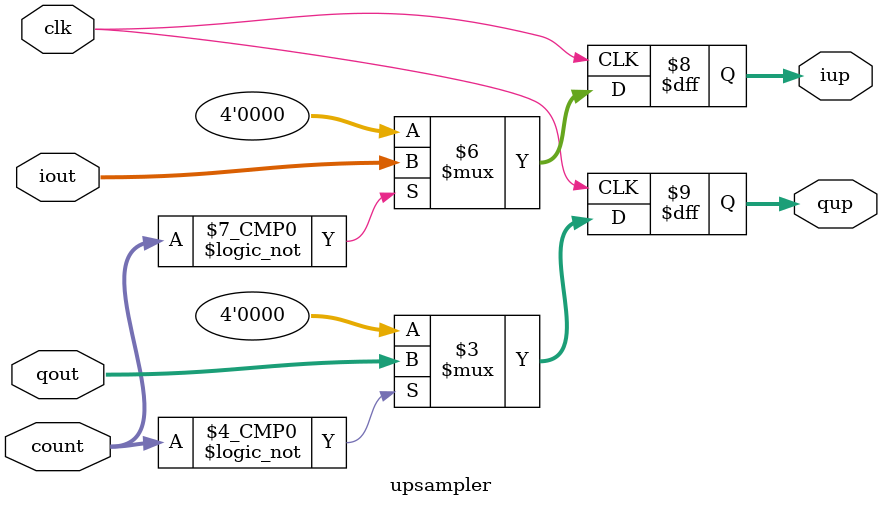
<source format=v>
module upsampler (
    input clk,
    input [3:0] count,
    input signed [3:0] iout,
    input signed [3:0] qout,
    output reg signed [3:0] iup,
    output reg signed [3:0] qup
);

    always @(posedge clk) begin
        case (count)
            4'b0000: begin
                iup <= iout;
                qup <= qout;
            end 
            default: begin
                iup <= 4'sd0;
                qup <= 4'sd0;
            end
        endcase
    end

endmodule
</source>
